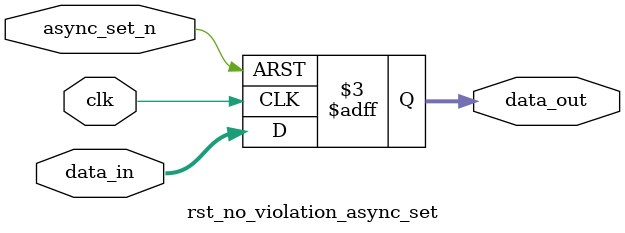
<source format=sv>

module rst_no_violation_async_set (
  input wire clk,
  input wire async_set_n,
  input wire [7:0] data_in,
  output logic [7:0] data_out
);

  // Async set used for initialization (not as data signal)
  always_ff @(posedge clk or negedge async_set_n) begin
    if (!async_set_n)
      data_out <= 8'hFF;  // Set to all 1s
    else
      data_out <= data_in;
  end

endmodule


</source>
